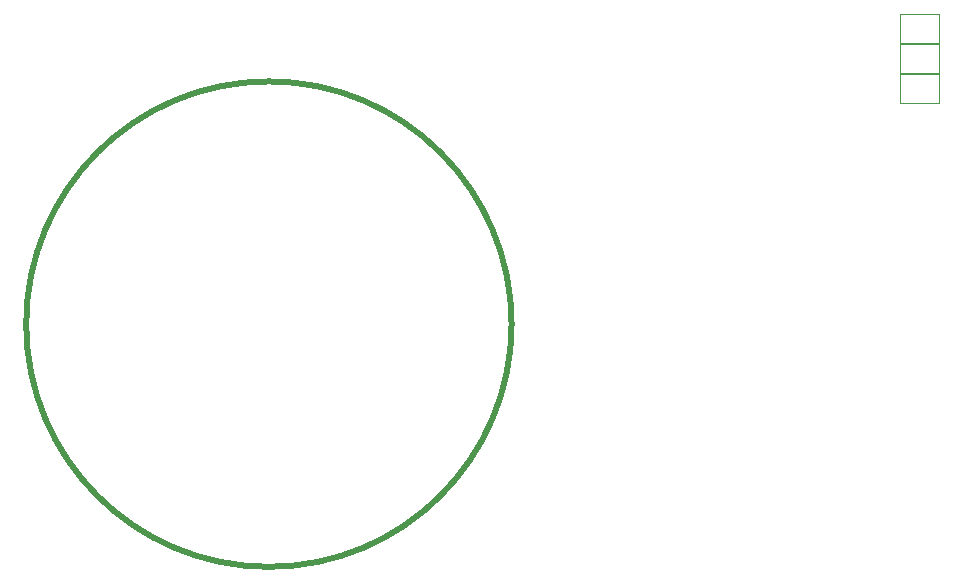
<source format=gbr>
%TF.GenerationSoftware,KiCad,Pcbnew,(6.0.4)*%
%TF.CreationDate,2022-05-21T01:49:08+02:00*%
%TF.ProjectId,battoota,62617474-6f6f-4746-912e-6b696361645f,v1.0.0*%
%TF.SameCoordinates,Original*%
%TF.FileFunction,Other,User*%
%FSLAX46Y46*%
G04 Gerber Fmt 4.6, Leading zero omitted, Abs format (unit mm)*
G04 Created by KiCad (PCBNEW (6.0.4)) date 2022-05-21 01:49:08*
%MOMM*%
%LPD*%
G01*
G04 APERTURE LIST*
%ADD10C,0.050000*%
%ADD11C,0.550000*%
G04 APERTURE END LIST*
D10*
%TO.C,MCU1*%
X157268690Y111933254D02*
X160568690Y111933254D01*
X160568690Y109353254D02*
X157268690Y109353254D01*
X157268690Y106853254D02*
X157268690Y109353254D01*
X160568690Y114433254D02*
X160568690Y111933254D01*
X160568690Y111893254D02*
X157268690Y111893254D01*
X157268690Y109393254D02*
X160568690Y109393254D01*
X157268690Y109393254D02*
X157268690Y111893254D01*
X157268690Y106853254D02*
X160568690Y106853254D01*
X160568690Y114433254D02*
X157268690Y114433254D01*
X157268690Y111933254D02*
X157268690Y114433254D01*
X160568690Y109353254D02*
X160568690Y106853254D01*
X160568690Y111893254D02*
X160568690Y109393254D01*
D11*
%TO.C,REF\u002A\u002A*%
X124347220Y88141427D02*
G75*
G03*
X124347220Y88141427I-20550000J0D01*
G01*
%TD*%
M02*

</source>
